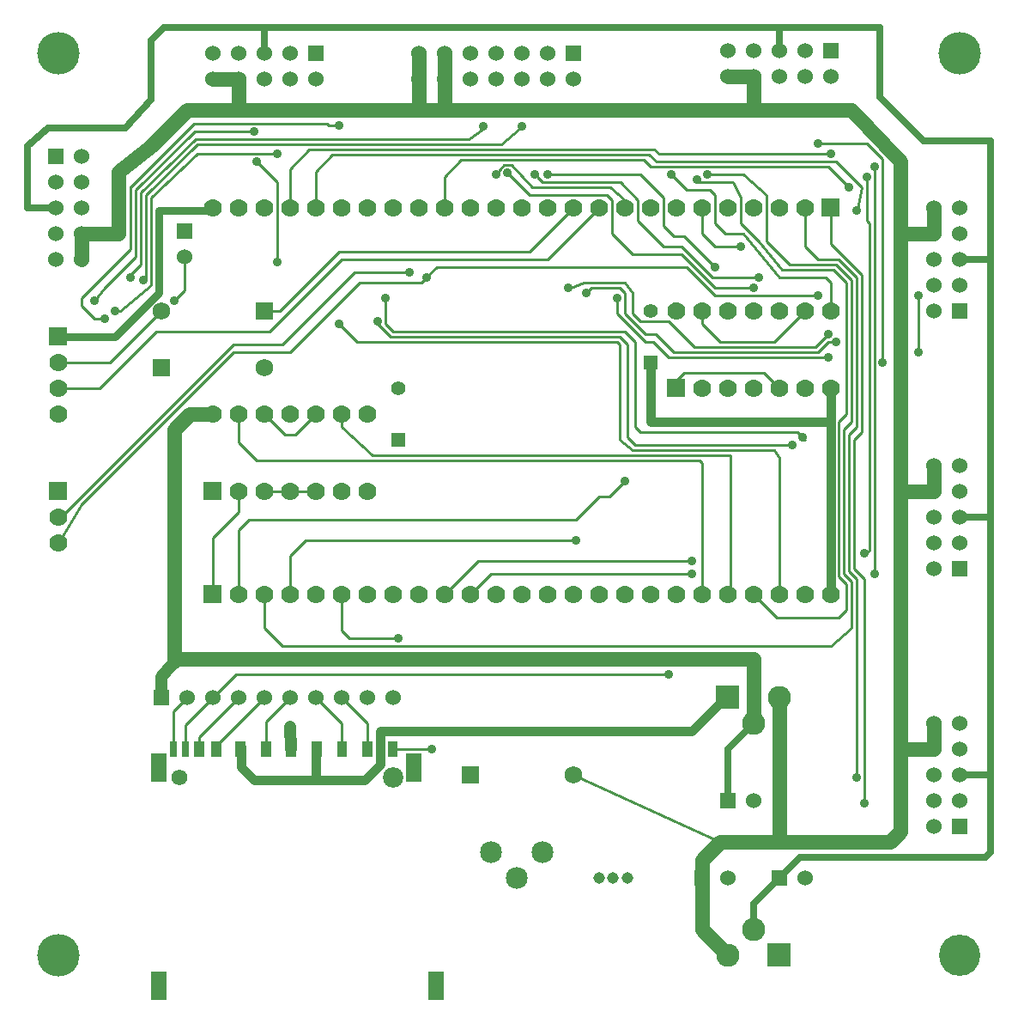
<source format=gtl>
G04 start of page 2 for group 0 idx 0 *
G04 Title: (unknown), top *
G04 Creator: pcb 20110918 *
G04 CreationDate: Wed 25 Feb 2015 10:22:25 GMT UTC *
G04 For: ksarkies *
G04 Format: Gerber/RS-274X *
G04 PCB-Dimensions: 390000 390000 *
G04 PCB-Coordinate-Origin: lower left *
%MOIN*%
%FSLAX25Y25*%
%LNTOP*%
%ADD38C,0.0453*%
%ADD37C,0.0630*%
%ADD36C,0.0290*%
%ADD35C,0.0280*%
%ADD34C,0.0380*%
%ADD33C,0.1140*%
%ADD32C,0.0200*%
%ADD31C,0.0360*%
%ADD30R,0.0590X0.0590*%
%ADD29R,0.0276X0.0276*%
%ADD28R,0.0394X0.0394*%
%ADD27C,0.0615*%
%ADD26C,0.0850*%
%ADD25C,0.0795*%
%ADD24C,0.0680*%
%ADD23C,0.1600*%
%ADD22C,0.0700*%
%ADD21C,0.0900*%
%ADD20C,0.0001*%
%ADD19C,0.0600*%
%ADD18C,0.1650*%
%ADD17C,0.0150*%
%ADD16C,0.0300*%
%ADD15C,0.0250*%
%ADD14C,0.0100*%
%ADD13C,0.0450*%
%ADD12C,0.0550*%
%ADD11C,0.0350*%
G54D11*X206000Y107000D02*X146000D01*
G54D12*X290000Y135000D02*X66000D01*
G54D13*X60000Y128000D01*
G54D14*X107000Y140000D02*X320000D01*
X116000Y181000D02*X221000D01*
X266000Y173000D02*X183000D01*
X170000Y160000D01*
X170500Y160500D01*
X266000Y168000D02*X188000D01*
X180000Y160000D01*
X94000Y189000D02*X221000D01*
X224000Y192000D01*
X299000Y151000D02*X290000Y160000D01*
X224000Y192000D02*X230000Y198000D01*
X234000D01*
X240000Y204000D01*
X280000Y120000D02*X279000D01*
G54D11*X266000Y107000D01*
X205000D01*
G54D14*X220000Y90000D02*X277000Y64000D01*
X220500Y89500D02*X220000Y90000D01*
X221000Y89000D01*
G54D12*X270000Y57000D02*X277000Y64000D01*
X270000Y57000D02*Y30000D01*
X280000Y20000D01*
G54D14*X279500Y20500D01*
G54D12*X343000Y64000D02*X277000D01*
G54D15*X290000Y30000D02*Y40000D01*
X308000Y58000D01*
X380000D01*
X382000Y60000D01*
G54D12*X343000Y64000D02*X347000Y68000D01*
X360000Y200000D02*X347000D01*
X360000Y100000D02*X347000D01*
X360000Y110000D02*Y100000D01*
X300000Y120000D02*Y64000D01*
G54D15*X280000Y80000D02*Y100000D01*
X290000Y110000D01*
G54D12*Y134000D01*
G54D14*X320000Y140000D02*X328000Y147000D01*
Y165000D02*Y147000D01*
X326000Y154000D02*X323000Y151000D01*
X299000D01*
X335000Y177000D02*X333000Y176000D01*
X323000Y167000D02*X326000Y164000D01*
Y154000D01*
X325000Y168000D02*X328000Y165000D01*
X327000Y169000D02*X330000Y166000D01*
X329000Y170000D02*X333000Y166000D01*
X330000D02*Y89000D01*
X333000Y166000D02*Y96000D01*
Y79000D01*
G54D12*X328000Y348000D02*X70000D01*
G54D14*X194500Y323500D02*X195000Y323000D01*
X196000Y326500D02*X193000D01*
X190000Y323000D01*
X125000Y342000D02*X129000D01*
X105000Y320000D02*Y289000D01*
X74000Y331000D02*X105000D01*
X97000Y328000D02*X105000Y320000D01*
X204000Y318000D02*X196000Y326500D01*
X73000Y339500D02*X96000D01*
X72750Y342750D02*X124250D01*
X125000Y342000D01*
X100000Y270000D02*X106000D01*
X129000Y293000D01*
X102000Y262000D02*X130000Y290000D01*
X107000Y257000D02*X135000Y285000D01*
X110000Y254000D02*X137000Y281000D01*
X69000Y291000D02*Y278000D01*
X65000Y274000D01*
X66000Y275000D01*
X129000Y293000D02*X203000D01*
X130000Y290000D02*X210000D01*
X161000Y281000D02*X163000Y283000D01*
X162500Y282500D02*X163500Y283500D01*
X167000Y287000D01*
X237000Y258000D02*X136000D01*
X149000Y260000D02*X238000D01*
X150000Y262000D02*X240000D01*
X137000Y281000D02*X161000D01*
X135000Y285000D02*X156500D01*
X144000Y266000D02*Y265000D01*
X149000Y260000D01*
X147000Y275000D02*Y265000D01*
X150000Y262000D01*
X240000Y269000D02*Y277000D01*
X238000Y279000D01*
X227000D01*
X225000Y277000D01*
X210000Y290000D02*X230000Y310000D01*
X167000Y287000D02*X264000D01*
X275000D02*X263000Y299000D01*
X275000Y279000D02*X262000Y292000D01*
X203000Y293000D02*X220000Y310000D01*
X219000Y309000D01*
X263000Y299000D02*X259000D01*
X255000Y303000D01*
Y314000D01*
X246000Y323000D01*
X262000Y295000D02*X255000D01*
X290000Y279000D02*X275000D01*
X255000Y295000D02*X245000Y305000D01*
X286000Y300000D02*X279000D01*
X275000Y304000D01*
X262000Y292000D02*X243000D01*
X235000Y300000D01*
X245000Y305000D02*Y313000D01*
X275000Y304000D02*Y315000D01*
X273000Y317000D01*
X264000D01*
X258000Y323000D01*
X245000Y313000D02*X238500Y320000D01*
X235000Y300000D02*Y313000D01*
X233000Y315000D01*
X240000Y310000D02*Y313000D01*
X234500Y318000D01*
X233000Y315000D02*X203000D01*
X194500Y323500D01*
X234500Y318000D02*X204000D01*
X246000Y323000D02*X211000D01*
D03*
X238500Y320000D02*X208000D01*
X206000Y322000D01*
G54D12*X347000Y328000D02*X328000Y348000D01*
G54D14*X322000Y328000D02*X332000Y318000D01*
X319000Y326000D02*X327000Y318000D01*
X340000Y329000D02*X334000Y335000D01*
G54D15*X356000Y336000D02*X339000Y353000D01*
G54D12*X360000Y300000D02*X347000D01*
G54D14*X332000Y318000D02*X330000Y308000D01*
X334000Y322000D02*Y305000D01*
X335000Y304000D01*
G54D12*X360000Y300000D02*Y310000D01*
G54D14*Y309000D01*
X334000Y335000D02*X315000D01*
G54D15*X300000Y370000D02*Y380000D01*
G54D12*X347000Y68000D02*Y328000D01*
G54D15*X339000Y353000D02*Y380000D01*
G54D14*X340000Y251000D02*Y329000D01*
G54D15*X382000Y60000D02*Y336000D01*
X370000Y190000D02*X382000D01*
X370000Y90000D02*X382000D01*
G54D12*X360000Y210000D02*Y200000D01*
G54D14*X335000Y304000D02*Y177000D01*
X325000Y224000D02*Y168000D01*
X327000Y222000D02*Y169000D01*
X329000Y220000D02*Y170000D01*
G54D15*X259500Y272000D02*Y270500D01*
G54D14*X260000Y270000D01*
Y240000D02*Y243000D01*
X251000Y258000D02*X257000Y252000D01*
X260000Y243000D02*X263000Y246000D01*
X285000Y295000D02*X275000D01*
X270000Y300000D01*
Y310000D01*
Y309000D01*
X263000Y246000D02*X294000D01*
X246000Y223000D02*X307000D01*
X310000Y220000D01*
X319000Y252000D02*X257000D01*
X294000Y246000D02*X300500Y239500D01*
X328000Y282000D02*X322000Y288000D01*
X304000D01*
X295000Y297000D01*
Y315000D01*
X291000Y298000D02*X292000Y297000D01*
X301000Y286000D01*
X320000Y296000D02*X332000Y284000D01*
X328000Y282000D02*Y227000D01*
X325000Y224000D01*
X251500Y332500D02*X253500Y331000D01*
X320000D01*
X249500Y330500D02*X252500Y328000D01*
X322000D01*
X247500Y328500D02*X250000Y326000D01*
X319000D01*
X295000Y315000D02*X286000Y323000D01*
X282000Y320000D02*X285000Y314000D01*
Y304000D01*
X291000Y298000D01*
X286000Y323000D02*X272000D01*
X268000Y321000D02*X269000Y320000D01*
X282000D01*
X337000Y326000D02*Y169000D01*
X330000Y283000D02*Y225000D01*
X327000Y222000D01*
X332000Y284000D02*Y223000D01*
X329000Y220000D01*
G54D15*X382000Y336000D02*X356000D01*
X370000Y290000D02*X382000D01*
G54D14*X354000Y276000D02*Y254000D01*
X142000Y214000D02*X281000D01*
X97000Y212000D02*X269000D01*
X270000Y211000D01*
X243000Y216000D02*X238000Y220000D01*
X241000Y221000D02*X244000Y218000D01*
Y225000D02*X246000Y223000D01*
X238000Y220000D02*Y257000D01*
X241000D02*Y221000D01*
X244000Y258000D02*Y225000D01*
X264000Y287000D02*X275000Y276000D01*
X270000Y270000D02*Y265000D01*
X277000Y258000D01*
X238000Y257000D02*X237000Y258000D01*
X238000Y260000D02*X241000Y257000D01*
X275000Y276000D02*X315000D01*
X277000Y258000D02*X298000D01*
X310000Y270000D01*
X321000Y286000D02*X326000Y281000D01*
X301000Y286000D02*X321000D01*
X323000Y290000D02*X330000Y283000D01*
X310000Y295000D02*X315000Y290000D01*
X323000D01*
X310000Y310000D02*Y295000D01*
X320000Y310000D02*Y296000D01*
X326000Y281000D02*Y231000D01*
Y230000D01*
X325000Y229000D01*
X323000Y227000D01*
X281000Y213000D02*Y161000D01*
X280000Y160000D01*
X270000Y211000D02*Y160000D01*
X300000D02*Y213000D01*
X281000Y214000D02*Y213000D01*
G54D11*X320000Y227000D02*X250000D01*
Y250000D01*
G54D14*X298000Y216000D02*X243000D01*
X244000Y218000D02*X305000D01*
G54D11*X320000Y159000D02*Y240000D01*
G54D14*X300000Y213000D02*X298000Y216000D01*
X323000Y227000D02*Y167000D01*
X237000Y269000D02*Y275000D01*
X243000Y277000D02*Y270000D01*
Y269000D01*
X320000Y270000D02*Y281000D01*
X318000Y283000D01*
X300000D01*
X240000Y262000D02*X244000Y258000D01*
X259000Y254000D02*X252000Y261000D01*
X248000D01*
Y258000D02*X251000D01*
X246000Y266000D02*X257000D01*
X267000Y256000D01*
X319000Y258000D02*X315000Y254000D01*
X267000Y256000D02*X314000D01*
X319000Y261000D01*
X322000Y258000D02*X319000D01*
X315000Y254000D02*X259000D01*
X218000Y279000D02*X219000D01*
X224000Y281000D01*
X240000D01*
X243000Y277000D01*
Y269000D02*X246000Y266000D01*
X248000Y261000D02*X240000Y269000D01*
X237000D02*X248000Y258000D01*
X292000Y283000D02*X274000D01*
X262000Y295000D01*
X300000Y283000D02*X286000Y300000D01*
X110000Y310000D02*Y325000D01*
X120000Y310000D02*Y324000D01*
X170000Y310000D02*Y322000D01*
X176500Y328500D01*
X110000Y325000D02*X117500Y332500D01*
X120000Y324000D02*X126500Y330500D01*
X117500Y332500D02*X251500D01*
X126500Y330500D02*X249500D01*
X176500Y328500D02*X247500D01*
X192000Y334500D02*X199000Y340500D01*
X179500Y336500D02*X185000Y340500D01*
X74000Y334500D02*X192000D01*
X73500Y336500D02*X179500D01*
G54D12*X90000Y360000D02*X80000D01*
G54D14*X180000D02*X181000D01*
G54D12*X90000D02*Y348000D01*
X170000Y370000D02*Y348000D01*
X160000Y370000D02*Y348000D01*
G54D15*X339000Y380000D02*X61000D01*
G54D12*X290000Y361000D02*X280000D01*
X290000D02*Y349000D01*
G54D11*X91000Y93000D02*X91094Y101024D01*
G54D14*X74566Y100000D02*Y104566D01*
X81259Y100000D02*Y101259D01*
Y100259D02*Y101259D01*
G54D11*X96000Y88000D02*X91000Y93000D01*
G54D13*X60000Y128000D02*Y120000D01*
G54D14*X64566Y100000D02*Y114566D01*
X70000Y120000D01*
X69500Y119500D01*
X69290Y100000D02*Y109290D01*
X74566Y104566D02*X90000Y120000D01*
X89000Y119000D01*
X81259Y101259D02*X100000Y120000D01*
X100629Y110629D02*X110000Y120000D01*
X109500Y119500D01*
X69290Y109290D02*X89000Y129000D01*
X80000Y230000D02*Y231000D01*
X90000Y230000D02*Y219000D01*
X97000Y212000D01*
G54D12*X71000Y230000D02*X80000D01*
G54D14*X100000D02*X108000Y222000D01*
X112000D01*
X120000Y230000D01*
Y231000D01*
X130000Y230000D02*Y225000D01*
X142000Y214000D01*
X136000Y258000D02*X129000Y265000D01*
G54D12*X65077Y224077D02*X71000Y230000D01*
G54D14*X88000Y257000D02*X107000D01*
X36000Y240000D02*X20000D01*
Y190000D02*X21000D01*
X88000Y257000D01*
X20000Y180000D02*X29000Y195000D01*
X88000Y254000D01*
X110000D01*
X90000Y185000D02*X94000Y189000D01*
X58000Y262000D02*X102000D01*
G54D12*X65077Y133923D02*Y224077D01*
G54D14*X130000Y162000D02*Y146000D01*
X110000Y160000D02*Y175000D01*
X116000Y181000D01*
X100000Y200000D02*X120000D01*
X100000Y160000D02*Y147000D01*
X130000Y146000D02*X133000Y143000D01*
X90000Y200000D02*Y192000D01*
X80000Y182000D01*
Y160000D01*
X90000D02*Y185000D01*
X100000Y147000D02*X107000Y140000D01*
X20000Y250000D02*X40000D01*
X58000Y262000D02*X36000Y240000D01*
G54D16*X20000Y260000D02*X42000D01*
G54D14*X40000Y250000D02*X60000Y270000D01*
G54D16*X42000Y260000D02*X59000Y277027D01*
G54D14*X42000Y270000D02*X44000D01*
G54D16*X59000Y277027D02*Y309000D01*
G54D14*X34000Y274000D02*X38000Y279000D01*
X44000Y270000D02*X56000Y280000D01*
X38000Y267000D02*X34000D01*
X29000Y272000D01*
Y275000D01*
X38000Y279000D02*X50000Y291000D01*
X53000Y282000D02*Y283000D01*
X54000D01*
X48000D02*Y284000D01*
X52000Y288000D01*
X29000Y275000D02*X48000Y294000D01*
G54D12*X29000Y290000D02*Y300000D01*
G54D11*X120149Y101024D02*Y87851D01*
X139000Y88000D02*X136172D01*
G54D17*X146000Y107000D02*X145000D01*
G54D11*Y94000D01*
X139000Y88000D01*
X136000D02*X96000D01*
G54D13*X110000Y108530D02*X110470Y100000D01*
G54D14*X100629D02*Y110629D01*
X130156Y100000D02*Y109844D01*
X120000Y120000D01*
X121000Y119000D01*
X89000Y129000D02*X257000D01*
X139999Y100000D02*Y110001D01*
X149841Y100000D02*X165000D01*
D03*
X139999Y110001D02*X130000Y120000D01*
X130500Y119500D01*
X133000Y143000D02*X152000D01*
G54D15*X46000Y341000D02*X16000D01*
X100000Y370000D02*Y380000D01*
X61000D02*X56000Y375000D01*
Y352000D01*
X46000Y341000D01*
G54D12*X70000Y348000D02*X56000Y334000D01*
G54D11*D03*
G54D12*X43500Y324000D01*
G54D15*X16000Y341000D02*X8000Y334000D01*
Y310000D01*
X20000D01*
G54D12*X43500Y324000D02*Y300000D01*
X30000D01*
G54D14*X50000Y317000D02*X73000Y339500D01*
X54000Y315000D02*X74000Y334500D01*
X52000Y316000D02*X73500Y336500D01*
G54D16*X59000Y309000D02*X79000D01*
G54D14*X48000Y318000D03*
X56000Y314000D02*X74000Y331000D01*
X50000Y291000D02*Y317000D01*
X54000Y283000D02*Y315000D01*
X52000Y288000D02*Y316000D01*
X56000Y280000D02*Y314000D01*
X48000Y294000D02*Y318000D01*
X72750Y342750D01*
G54D18*X370000Y370000D03*
G54D19*X310000Y361000D03*
X300000Y371000D03*
Y361000D03*
X290000D03*
X280000D03*
X290000Y371000D03*
X280000D03*
G54D20*G36*
X267000Y53000D02*Y47000D01*
X273000D01*
Y53000D01*
X267000D01*
G37*
G54D19*X280000Y50000D03*
G54D20*G36*
X295500Y24500D02*Y15500D01*
X304500D01*
Y24500D01*
X295500D01*
G37*
G54D21*X290000Y30000D03*
X280000Y20000D03*
G54D20*G36*
X275500Y124500D02*Y115500D01*
X284500D01*
Y124500D01*
X275500D01*
G37*
G54D22*X260000Y160000D03*
X270000D03*
X280000D03*
X290000D03*
G54D21*Y110000D03*
X300000Y120000D03*
G54D22*Y160000D03*
X310000D03*
X320000D03*
X300000Y240000D03*
Y270000D03*
G54D20*G36*
X297000Y53000D02*Y47000D01*
X303000D01*
Y53000D01*
X297000D01*
G37*
G54D19*X310000Y50000D03*
G54D20*G36*
X277000Y83000D02*Y77000D01*
X283000D01*
Y83000D01*
X277000D01*
G37*
G54D19*X290000Y80000D03*
X370000Y110000D03*
G54D20*G36*
X367000Y173000D02*Y167000D01*
X373000D01*
Y173000D01*
X367000D01*
G37*
G54D19*X370000Y180000D03*
Y190000D03*
Y200000D03*
Y210000D03*
X360000Y170000D03*
Y180000D03*
Y190000D03*
Y200000D03*
Y210000D03*
G54D20*G36*
X367000Y273000D02*Y267000D01*
X373000D01*
Y273000D01*
X367000D01*
G37*
G54D19*X360000Y270000D03*
Y280000D03*
Y290000D03*
Y300000D03*
Y310000D03*
X370000Y280000D03*
Y290000D03*
Y300000D03*
Y310000D03*
G54D23*Y20000D03*
G54D20*G36*
X367000Y73000D02*Y67000D01*
X373000D01*
Y73000D01*
X367000D01*
G37*
G54D19*X360000Y70000D03*
X370000Y80000D03*
X360000D03*
X370000Y90000D03*
X360000D03*
X370000Y100000D03*
X360000D03*
Y110000D03*
G54D13*X230000Y50000D03*
G54D24*X220000Y90000D03*
G54D13*X235500Y50000D03*
X241000D03*
G54D20*G36*
X176600Y93400D02*Y86600D01*
X183400D01*
Y93400D01*
X176600D01*
G37*
G54D25*X149842Y88977D03*
G54D26*X208000Y60000D03*
X198000Y50000D03*
X188000Y60000D03*
G54D22*X20000Y180000D03*
G54D18*Y20000D03*
G54D20*G36*
X57000Y123000D02*Y117000D01*
X63000D01*
Y123000D01*
X57000D01*
G37*
G54D19*X70000Y120000D03*
X80000D03*
X90000D03*
X100000D03*
X110000D03*
G54D20*G36*
X76500Y163500D02*Y156500D01*
X83500D01*
Y163500D01*
X76500D01*
G37*
G54D22*X90000Y160000D03*
X100000D03*
G54D27*X67165Y88977D03*
G54D19*X120000Y120000D03*
X130000D03*
X140000D03*
X150000D03*
G54D22*X110000Y160000D03*
X120000D03*
X130000D03*
X140000D03*
X150000D03*
X160000D03*
X170000D03*
X180000D03*
X190000D03*
X200000D03*
X210000D03*
X220000D03*
X230000D03*
X240000D03*
X250000D03*
X140000Y200000D03*
Y230000D03*
G54D20*G36*
X149250Y222750D02*Y217250D01*
X154750D01*
Y222750D01*
X149250D01*
G37*
G54D12*X152000Y240000D03*
G54D20*G36*
X247250Y252750D02*Y247250D01*
X252750D01*
Y252750D01*
X247250D01*
G37*
G54D12*X250000Y270000D03*
G54D20*G36*
X316500Y313500D02*Y306500D01*
X323500D01*
Y313500D01*
X316500D01*
G37*
G54D22*X310000Y310000D03*
X300000D03*
X250000D03*
X240000D03*
X230000D03*
X220000D03*
X210000D03*
X200000D03*
X190000D03*
X180000D03*
X170000D03*
X160000D03*
X150000D03*
X140000D03*
G54D20*G36*
X217000Y373000D02*Y367000D01*
X223000D01*
Y373000D01*
X217000D01*
G37*
G54D19*X220000Y360000D03*
X210000Y370000D03*
Y360000D03*
X200000Y370000D03*
Y360000D03*
X190000Y370000D03*
X180000D03*
X170000D03*
X160000D03*
X190000Y360000D03*
X180000D03*
X170000D03*
X160000D03*
G54D22*X290000Y310000D03*
X280000D03*
X270000D03*
X260000D03*
G54D20*G36*
X256500Y243500D02*Y236500D01*
X263500D01*
Y243500D01*
X256500D01*
G37*
G54D22*X270000Y240000D03*
X280000D03*
X290000D03*
Y270000D03*
X280000D03*
X270000D03*
X260000D03*
X310000Y240000D03*
X320000D03*
Y270000D03*
X310000D03*
G54D20*G36*
X317000Y374000D02*Y368000D01*
X323000D01*
Y374000D01*
X317000D01*
G37*
G54D19*X320000Y361000D03*
X310000Y371000D03*
G54D20*G36*
X16500Y263500D02*Y256500D01*
X23500D01*
Y263500D01*
X16500D01*
G37*
G54D22*X20000Y250000D03*
Y240000D03*
Y230000D03*
G54D20*G36*
X16500Y203500D02*Y196500D01*
X23500D01*
Y203500D01*
X16500D01*
G37*
G54D22*X20000Y190000D03*
G54D18*Y370000D03*
G54D20*G36*
X16000Y333000D02*Y327000D01*
X22000D01*
Y333000D01*
X16000D01*
G37*
G54D19*X29000Y330000D03*
Y320000D03*
Y310000D03*
Y300000D03*
Y290000D03*
X19000Y320000D03*
Y310000D03*
Y300000D03*
Y290000D03*
G54D20*G36*
X96600Y273400D02*Y266600D01*
X103400D01*
Y273400D01*
X96600D01*
G37*
G54D24*X60000Y270000D03*
G54D20*G36*
X76500Y203500D02*Y196500D01*
X83500D01*
Y203500D01*
X76500D01*
G37*
G54D22*X90000Y200000D03*
X100000D03*
X110000D03*
X120000D03*
X130000D03*
Y230000D03*
X120000D03*
X110000D03*
X100000D03*
X90000D03*
X80000D03*
G54D20*G36*
X56600Y251400D02*Y244600D01*
X63400D01*
Y251400D01*
X56600D01*
G37*
G54D24*X100000Y248000D03*
G54D22*X130000Y310000D03*
X120000D03*
X110000D03*
X100000D03*
X90000D03*
X80000D03*
G54D20*G36*
X66000Y304000D02*Y298000D01*
X72000D01*
Y304000D01*
X66000D01*
G37*
G54D19*X69000Y291000D03*
G54D20*G36*
X117000Y373000D02*Y367000D01*
X123000D01*
Y373000D01*
X117000D01*
G37*
G54D19*X120000Y360000D03*
X110000Y370000D03*
Y360000D03*
X100000Y370000D03*
Y360000D03*
X90000Y370000D03*
Y360000D03*
X80000D03*
Y370000D03*
G54D28*X90786Y100985D02*Y99016D01*
X100629Y100985D02*Y99016D01*
X110471Y100985D02*Y99016D01*
G54D29*X64566Y101575D02*Y98426D01*
X69290Y101575D02*Y98426D01*
G54D28*X81259Y100985D02*Y99016D01*
X74566Y100985D02*Y99016D01*
G54D30*X59094Y95472D02*Y90354D01*
Y10828D02*Y5710D01*
G54D28*X120314Y100985D02*Y99016D01*
X130156Y100985D02*Y99016D01*
X139999Y100985D02*Y99016D01*
X149841Y100985D02*Y99016D01*
G54D30*X157913Y95472D02*Y90354D01*
X166575Y10828D02*Y5710D01*
G54D31*X110000Y109000D03*
X165000Y100000D03*
X152000Y143000D03*
X257000Y129000D03*
X221000Y181000D03*
X65000Y274000D03*
X34000D03*
X48000Y283000D03*
X38000Y267000D03*
X42000Y270000D03*
X53000Y282000D03*
X96000Y339500D03*
X105000Y331000D03*
X129000Y265000D03*
X105000Y289000D03*
X97000Y328000D03*
X144000Y266000D03*
X147000Y275000D03*
X237000D03*
X218000Y279000D03*
X225000Y277000D03*
X156500Y285000D03*
X163000Y283000D03*
X200000Y341500D03*
X185000D03*
X194500Y323500D03*
X190000Y323000D03*
X272000D03*
X210000D03*
X258000D03*
X129000Y342000D03*
X205000Y323000D03*
X240000Y204000D03*
X333000Y176000D03*
X337000Y168000D03*
X330000Y89000D03*
X333000Y79000D03*
X266000Y173000D03*
Y168000D03*
X309000Y221000D03*
X305000Y218000D03*
X340000Y250000D03*
X319000Y252000D03*
Y261000D03*
X322000Y258000D03*
X330000Y309000D03*
X327000Y318000D03*
X320000Y331000D03*
X334000Y322000D03*
X337000Y326000D03*
X315000Y335000D03*
X268000Y321000D03*
X285000Y295000D03*
X315000Y276000D03*
X275000Y287000D03*
X292000Y283000D03*
X290000Y279000D03*
X354000Y276000D03*
Y254000D03*
G54D32*G54D33*G54D34*G54D16*G54D19*G54D35*G54D19*G54D35*G54D16*G54D34*G54D33*G54D34*G54D36*G54D34*G54D36*G54D34*G54D37*G54D35*G54D33*G54D35*G54D38*G54D35*G54D16*G54D35*G54D34*G54D35*G54D34*G54D35*G54D33*G54D34*G54D35*G54D34*G54D35*G54D34*M02*

</source>
